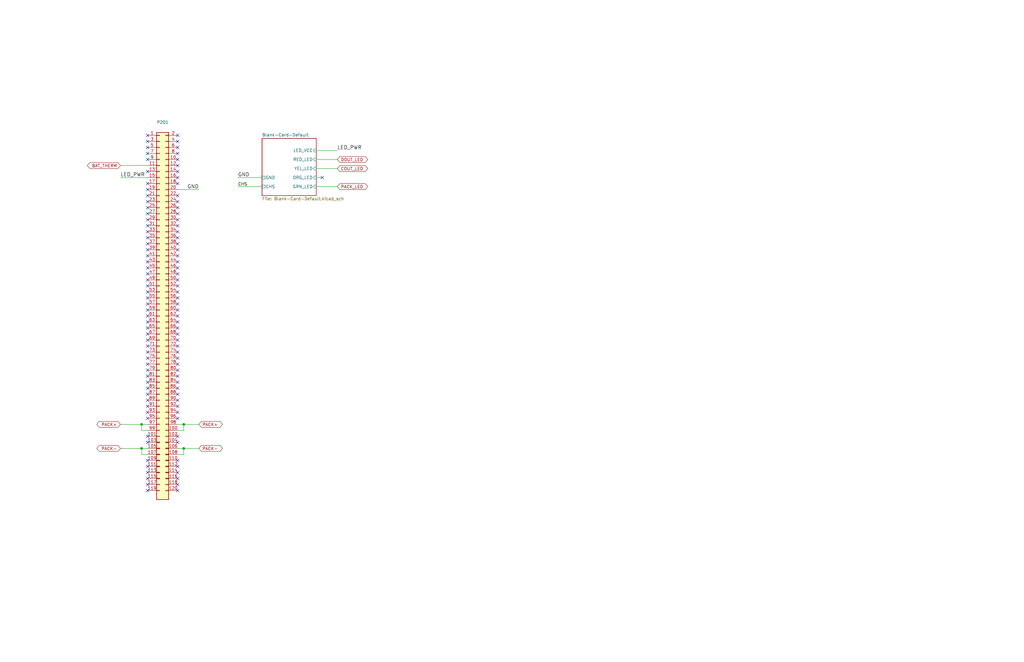
<source format=kicad_sch>
(kicad_sch (version 20230121) (generator eeschema)
  (paper "B")
  (title_block (title "PyCubed Battery Board") (date "2021-11-05") (rev "revB1") (company "Sierra Lobo INC"))
  (lib_symbols
    (symbol "SLI-Blank-Card:Conn_02x60_Top_Bottom" (pin_names (offset 1.016) hide)
      (property "Reference" "J" (at 0 1.27 0))
      (property "Value" "SLI-Blank-Card_Conn_02x60_Top_Bottom" (at 0 -157.48 0))
      (symbol "Conn_02x60_Top_Bottom_1_1"
        (rectangle (start -2.54 -151.003) (end -1.27 -151.257) (stroke (width 0.1524)))
        (rectangle (start -2.54 -148.463) (end -1.27 -148.717) (stroke (width 0.1524)))
        (rectangle (start -2.54 -145.923) (end -1.27 -146.177) (stroke (width 0.1524)))
        (rectangle (start -2.54 -145.923) (end -1.27 -146.177) (stroke (width 0.1524)))
        (rectangle (start -2.54 -143.383) (end -1.27 -143.637) (stroke (width 0.1524)))
        (rectangle (start -2.54 -143.383) (end -1.27 -143.637) (stroke (width 0.1524)))
        (rectangle (start -2.54 -140.843) (end -1.27 -141.097) (stroke (width 0.1524)))
        (rectangle (start -2.54 -140.843) (end -1.27 -141.097) (stroke (width 0.1524)))
        (rectangle (start -2.54 -138.303) (end -1.27 -138.557) (stroke (width 0.1524)))
        (rectangle (start -2.54 -138.303) (end -1.27 -138.557) (stroke (width 0.1524)))
        (rectangle (start -2.54 -135.763) (end -1.27 -136.017) (stroke (width 0.1524)))
        (rectangle (start -2.54 -135.763) (end -1.27 -136.017) (stroke (width 0.1524)))
        (rectangle (start -2.54 -133.223) (end -1.27 -133.477) (stroke (width 0.1524)))
        (rectangle (start -2.54 -133.223) (end -1.27 -133.477) (stroke (width 0.1524)))
        (rectangle (start -2.54 -130.683) (end -1.27 -130.937) (stroke (width 0.1524)))
        (rectangle (start -2.54 -130.683) (end -1.27 -130.937) (stroke (width 0.1524)))
        (rectangle (start -2.54 -128.143) (end -1.27 -128.397) (stroke (width 0.1524)))
        (rectangle (start -2.54 -125.603) (end -1.27 -125.857) (stroke (width 0.1524)))
        (rectangle (start -2.54 -123.063) (end -1.27 -123.317) (stroke (width 0.1524)))
        (rectangle (start -2.54 -120.523) (end -1.27 -120.777) (stroke (width 0.1524)))
        (rectangle (start -2.54 -117.983) (end -1.27 -118.237) (stroke (width 0.1524)))
        (rectangle (start -2.54 -115.443) (end -1.27 -115.697) (stroke (width 0.1524)))
        (rectangle (start -2.54 -112.903) (end -1.27 -113.157) (stroke (width 0.1524)))
        (rectangle (start -2.54 -110.363) (end -1.27 -110.617) (stroke (width 0.1524)))
        (rectangle (start -2.54 -107.823) (end -1.27 -108.077) (stroke (width 0.1524)))
        (rectangle (start -2.54 -105.283) (end -1.27 -105.537) (stroke (width 0.1524)))
        (rectangle (start -2.54 -102.743) (end -1.27 -102.997) (stroke (width 0.1524)))
        (rectangle (start -2.54 -100.203) (end -1.27 -100.457) (stroke (width 0.1524)))
        (rectangle (start -2.54 -97.663) (end -1.27 -97.917) (stroke (width 0.1524)))
        (rectangle (start -2.54 -95.123) (end -1.27 -95.377) (stroke (width 0.1524)))
        (rectangle (start -2.54 -92.583) (end -1.27 -92.837) (stroke (width 0.1524)))
        (rectangle (start -2.54 -90.043) (end -1.27 -90.297) (stroke (width 0.1524)))
        (rectangle (start -2.54 -87.503) (end -1.27 -87.757) (stroke (width 0.1524)))
        (rectangle (start -2.54 -84.963) (end -1.27 -85.217) (stroke (width 0.1524)))
        (rectangle (start -2.54 -82.423) (end -1.27 -82.677) (stroke (width 0.1524)))
        (rectangle (start -2.54 -79.883) (end -1.27 -80.137) (stroke (width 0.1524)))
        (rectangle (start -2.54 -77.343) (end -1.27 -77.597) (stroke (width 0.1524)))
        (rectangle (start -2.54 -74.803) (end -1.27 -75.057) (stroke (width 0.1524)))
        (rectangle (start -2.54 -72.263) (end -1.27 -72.517) (stroke (width 0.1524)))
        (rectangle (start -2.54 -69.723) (end -1.27 -69.977) (stroke (width 0.1524)))
        (rectangle (start -2.54 -67.183) (end -1.27 -67.437) (stroke (width 0.1524)))
        (rectangle (start -2.54 -64.643) (end -1.27 -64.897) (stroke (width 0.1524)))
        (rectangle (start -2.54 -62.103) (end -1.27 -62.357) (stroke (width 0.1524)))
        (rectangle (start -2.54 -59.563) (end -1.27 -59.817) (stroke (width 0.1524)))
        (rectangle (start -2.54 -57.023) (end -1.27 -57.277) (stroke (width 0.1524)))
        (rectangle (start -2.54 -54.483) (end -1.27 -54.737) (stroke (width 0.1524)))
        (rectangle (start -2.54 -51.943) (end -1.27 -52.197) (stroke (width 0.1524)))
        (rectangle (start -2.54 -49.403) (end -1.27 -49.657) (stroke (width 0.1524)))
        (rectangle (start -2.54 -46.863) (end -1.27 -47.117) (stroke (width 0.1524)))
        (rectangle (start -2.54 -44.323) (end -1.27 -44.577) (stroke (width 0.1524)))
        (rectangle (start -2.54 -41.783) (end -1.27 -42.037) (stroke (width 0.1524)))
        (rectangle (start -2.54 -39.243) (end -1.27 -39.497) (stroke (width 0.1524)))
        (rectangle (start -2.54 -36.703) (end -1.27 -36.957) (stroke (width 0.1524)))
        (rectangle (start -2.54 -34.163) (end -1.27 -34.417) (stroke (width 0.1524)))
        (rectangle (start -2.54 -31.623) (end -1.27 -31.877) (stroke (width 0.1524)))
        (rectangle (start -2.54 -29.083) (end -1.27 -29.337) (stroke (width 0.1524)))
        (rectangle (start -2.54 -26.543) (end -1.27 -26.797) (stroke (width 0.1524)))
        (rectangle (start -2.54 -24.003) (end -1.27 -24.257) (stroke (width 0.1524)))
        (rectangle (start -2.54 -21.463) (end -1.27 -21.717) (stroke (width 0.1524)))
        (rectangle (start -2.54 -18.923) (end -1.27 -19.177) (stroke (width 0.1524)))
        (rectangle (start -2.54 -16.383) (end -1.27 -16.637) (stroke (width 0.1524)))
        (rectangle (start -2.54 -13.843) (end -1.27 -14.097) (stroke (width 0.1524)))
        (rectangle (start -2.54 -11.303) (end -1.27 -11.557) (stroke (width 0.1524)))
        (rectangle (start -2.54 -8.763) (end -1.27 -9.017) (stroke (width 0.1524)))
        (rectangle (start -2.54 -6.223) (end -1.27 -6.477) (stroke (width 0.1524)))
        (rectangle (start -2.54 -3.683) (end -1.27 -3.937) (stroke (width 0.1524)))
        (rectangle (start -2.54 -1.143) (end -1.27 -1.397) (stroke (width 0.1524)))
        (rectangle (start -2.54 0) (end 2.54 -154.94) (stroke (width 0.254)) (fill (type background)))
        (rectangle (start 2.54 -151.003) (end 1.27 -151.257) (stroke (width 0.1524)))
        (rectangle (start 2.54 -148.463) (end 1.27 -148.717) (stroke (width 0.1524)))
        (rectangle (start 2.54 -145.923) (end 1.27 -146.177) (stroke (width 0.1524)))
        (rectangle (start 2.54 -145.923) (end 1.27 -146.177) (stroke (width 0.1524)))
        (rectangle (start 2.54 -143.383) (end 1.27 -143.637) (stroke (width 0.1524)))
        (rectangle (start 2.54 -143.383) (end 1.27 -143.637) (stroke (width 0.1524)))
        (rectangle (start 2.54 -140.843) (end 1.27 -141.097) (stroke (width 0.1524)))
        (rectangle (start 2.54 -140.843) (end 1.27 -141.097) (stroke (width 0.1524)))
        (rectangle (start 2.54 -138.303) (end 1.27 -138.557) (stroke (width 0.1524)))
        (rectangle (start 2.54 -138.303) (end 1.27 -138.557) (stroke (width 0.1524)))
        (rectangle (start 2.54 -135.763) (end 1.27 -136.017) (stroke (width 0.1524)))
        (rectangle (start 2.54 -135.763) (end 1.27 -136.017) (stroke (width 0.1524)))
        (rectangle (start 2.54 -133.223) (end 1.27 -133.477) (stroke (width 0.1524)))
        (rectangle (start 2.54 -133.223) (end 1.27 -133.477) (stroke (width 0.1524)))
        (rectangle (start 2.54 -130.683) (end 1.27 -130.937) (stroke (width 0.1524)))
        (rectangle (start 2.54 -130.683) (end 1.27 -130.937) (stroke (width 0.1524)))
        (rectangle (start 2.54 -128.143) (end 1.27 -128.397) (stroke (width 0.1524)))
        (rectangle (start 2.54 -125.603) (end 1.27 -125.857) (stroke (width 0.1524)))
        (rectangle (start 2.54 -123.063) (end 1.27 -123.317) (stroke (width 0.1524)))
        (rectangle (start 2.54 -120.523) (end 1.27 -120.777) (stroke (width 0.1524)))
        (rectangle (start 2.54 -117.983) (end 1.27 -118.237) (stroke (width 0.1524)))
        (rectangle (start 2.54 -115.443) (end 1.27 -115.697) (stroke (width 0.1524)))
        (rectangle (start 2.54 -112.903) (end 1.27 -113.157) (stroke (width 0.1524)))
        (rectangle (start 2.54 -110.363) (end 1.27 -110.617) (stroke (width 0.1524)))
        (rectangle (start 2.54 -107.823) (end 1.27 -108.077) (stroke (width 0.1524)))
        (rectangle (start 2.54 -105.283) (end 1.27 -105.537) (stroke (width 0.1524)))
        (rectangle (start 2.54 -102.743) (end 1.27 -102.997) (stroke (width 0.1524)))
        (rectangle (start 2.54 -100.203) (end 1.27 -100.457) (stroke (width 0.1524)))
        (rectangle (start 2.54 -97.663) (end 1.27 -97.917) (stroke (width 0.1524)))
        (rectangle (start 2.54 -95.123) (end 1.27 -95.377) (stroke (width 0.1524)))
        (rectangle (start 2.54 -92.583) (end 1.27 -92.837) (stroke (width 0.1524)))
        (rectangle (start 2.54 -90.043) (end 1.27 -90.297) (stroke (width 0.1524)))
        (rectangle (start 2.54 -87.503) (end 1.27 -87.757) (stroke (width 0.1524)))
        (rectangle (start 2.54 -84.963) (end 1.27 -85.217) (stroke (width 0.1524)))
        (rectangle (start 2.54 -82.423) (end 1.27 -82.677) (stroke (width 0.1524)))
        (rectangle (start 2.54 -79.883) (end 1.27 -80.137) (stroke (width 0.1524)))
        (rectangle (start 2.54 -77.343) (end 1.27 -77.597) (stroke (width 0.1524)))
        (rectangle (start 2.54 -74.803) (end 1.27 -75.057) (stroke (width 0.1524)))
        (rectangle (start 2.54 -72.263) (end 1.27 -72.517) (stroke (width 0.1524)))
        (rectangle (start 2.54 -69.723) (end 1.27 -69.977) (stroke (width 0.1524)))
        (rectangle (start 2.54 -67.183) (end 1.27 -67.437) (stroke (width 0.1524)))
        (rectangle (start 2.54 -64.643) (end 1.27 -64.897) (stroke (width 0.1524)))
        (rectangle (start 2.54 -62.103) (end 1.27 -62.357) (stroke (width 0.1524)))
        (rectangle (start 2.54 -59.563) (end 1.27 -59.817) (stroke (width 0.1524)))
        (rectangle (start 2.54 -57.023) (end 1.27 -57.277) (stroke (width 0.1524)))
        (rectangle (start 2.54 -54.483) (end 1.27 -54.737) (stroke (width 0.1524)))
        (rectangle (start 2.54 -51.943) (end 1.27 -52.197) (stroke (width 0.1524)))
        (rectangle (start 2.54 -49.403) (end 1.27 -49.657) (stroke (width 0.1524)))
        (rectangle (start 2.54 -46.863) (end 1.27 -47.117) (stroke (width 0.1524)))
        (rectangle (start 2.54 -44.323) (end 1.27 -44.577) (stroke (width 0.1524)))
        (rectangle (start 2.54 -41.783) (end 1.27 -42.037) (stroke (width 0.1524)))
        (rectangle (start 2.54 -39.243) (end 1.27 -39.497) (stroke (width 0.1524)))
        (rectangle (start 2.54 -36.703) (end 1.27 -36.957) (stroke (width 0.1524)))
        (rectangle (start 2.54 -34.163) (end 1.27 -34.417) (stroke (width 0.1524)))
        (rectangle (start 2.54 -31.623) (end 1.27 -31.877) (stroke (width 0.1524)))
        (rectangle (start 2.54 -29.083) (end 1.27 -29.337) (stroke (width 0.1524)))
        (rectangle (start 2.54 -26.543) (end 1.27 -26.797) (stroke (width 0.1524)))
        (rectangle (start 2.54 -24.003) (end 1.27 -24.257) (stroke (width 0.1524)))
        (rectangle (start 2.54 -21.463) (end 1.27 -21.717) (stroke (width 0.1524)))
        (rectangle (start 2.54 -18.923) (end 1.27 -19.177) (stroke (width 0.1524)))
        (rectangle (start 2.54 -16.383) (end 1.27 -16.637) (stroke (width 0.1524)))
        (rectangle (start 2.54 -13.843) (end 1.27 -14.097) (stroke (width 0.1524)))
        (rectangle (start 2.54 -11.303) (end 1.27 -11.557) (stroke (width 0.1524)))
        (rectangle (start 2.54 -8.763) (end 1.27 -9.017) (stroke (width 0.1524)))
        (rectangle (start 2.54 -6.223) (end 1.27 -6.477) (stroke (width 0.1524)))
        (rectangle (start 2.54 -3.683) (end 1.27 -3.937) (stroke (width 0.1524)))
        (rectangle (start 2.54 -1.143) (end 1.27 -1.397) (stroke (width 0.1524)))
        (pin passive line (at -6.35 -1.27 0) (length 3.81) (name "Pin_1") (number "1"))
        (pin passive line (at 6.35 -11.43 180) (length 3.81) (name "Pin_10") (number "10"))
        (pin passive line (at 6.35 -125.73 180) (length 3.81) (name "Pin_100") (number "100"))
        (pin passive line (at -6.35 -128.27 0) (length 3.81) (name "Pin_101") (number "101"))
        (pin passive line (at 6.35 -128.27 180) (length 3.81) (name "Pin_102") (number "102"))
        (pin passive line (at -6.35 -130.81 0) (length 3.81) (name "Pin_103") (number "103"))
        (pin passive line (at 6.35 -130.81 180) (length 3.81) (name "Pin_104") (number "104"))
        (pin passive line (at -6.35 -133.35 0) (length 3.81) (name "Pin_105") (number "105"))
        (pin passive line (at 6.35 -133.35 180) (length 3.81) (name "Pin_106") (number "106"))
        (pin passive line (at -6.35 -135.89 0) (length 3.81) (name "Pin_107") (number "107"))
        (pin passive line (at 6.35 -135.89 180) (length 3.81) (name "Pin_108") (number "108"))
        (pin passive line (at -6.35 -138.43 0) (length 3.81) (name "Pin_109") (number "109"))
        (pin passive line (at -6.35 -13.97 0) (length 3.81) (name "Pin_11") (number "11"))
        (pin passive line (at 6.35 -138.43 180) (length 3.81) (name "Pin_110") (number "110"))
        (pin passive line (at -6.35 -140.97 0) (length 3.81) (name "Pin_111") (number "111"))
        (pin passive line (at 6.35 -140.97 180) (length 3.81) (name "Pin_112") (number "112"))
        (pin passive line (at -6.35 -143.51 0) (length 3.81) (name "Pin_113") (number "113"))
        (pin passive line (at 6.35 -143.51 180) (length 3.81) (name "Pin_114") (number "114"))
        (pin passive line (at -6.35 -146.05 0) (length 3.81) (name "Pin_115") (number "115"))
        (pin passive line (at 6.35 -146.05 180) (length 3.81) (name "Pin_116") (number "116"))
        (pin passive line (at -6.35 -148.59 0) (length 3.81) (name "Pin_117") (number "117"))
        (pin passive line (at 6.35 -148.59 180) (length 3.81) (name "Pin_118") (number "118"))
        (pin passive line (at -6.35 -151.13 0) (length 3.81) (name "Pin_119") (number "119"))
        (pin passive line (at 6.35 -13.97 180) (length 3.81) (name "Pin_12") (number "12"))
        (pin passive line (at 6.35 -151.13 180) (length 3.81) (name "Pin_120") (number "120"))
        (pin passive line (at -6.35 -16.51 0) (length 3.81) (name "Pin_13") (number "13"))
        (pin passive line (at 6.35 -16.51 180) (length 3.81) (name "Pin_14") (number "14"))
        (pin passive line (at -6.35 -19.05 0) (length 3.81) (name "Pin_15") (number "15"))
        (pin passive line (at 6.35 -19.05 180) (length 3.81) (name "Pin_16") (number "16"))
        (pin passive line (at -6.35 -21.59 0) (length 3.81) (name "Pin_17") (number "17"))
        (pin passive line (at 6.35 -21.59 180) (length 3.81) (name "Pin_18") (number "18"))
        (pin passive line (at -6.35 -24.13 0) (length 3.81) (name "Pin_19") (number "19"))
        (pin passive line (at 6.35 -1.27 180) (length 3.81) (name "Pin_2") (number "2"))
        (pin passive line (at 6.35 -24.13 180) (length 3.81) (name "Pin_20") (number "20"))
        (pin passive line (at -6.35 -26.67 0) (length 3.81) (name "Pin_21") (number "21"))
        (pin passive line (at 6.35 -26.67 180) (length 3.81) (name "Pin_22") (number "22"))
        (pin passive line (at -6.35 -29.21 0) (length 3.81) (name "Pin_23") (number "23"))
        (pin passive line (at 6.35 -29.21 180) (length 3.81) (name "Pin_24") (number "24"))
        (pin passive line (at -6.35 -31.75 0) (length 3.81) (name "Pin_25") (number "25"))
        (pin passive line (at 6.35 -31.75 180) (length 3.81) (name "Pin_26") (number "26"))
        (pin passive line (at -6.35 -34.29 0) (length 3.81) (name "Pin_27") (number "27"))
        (pin passive line (at 6.35 -34.29 180) (length 3.81) (name "Pin_28") (number "28"))
        (pin passive line (at -6.35 -36.83 0) (length 3.81) (name "Pin_29") (number "29"))
        (pin passive line (at -6.35 -3.81 0) (length 3.81) (name "Pin_3") (number "3"))
        (pin passive line (at 6.35 -36.83 180) (length 3.81) (name "Pin_30") (number "30"))
        (pin passive line (at -6.35 -39.37 0) (length 3.81) (name "Pin_31") (number "31"))
        (pin passive line (at 6.35 -39.37 180) (length 3.81) (name "Pin_32") (number "32"))
        (pin passive line (at -6.35 -41.91 0) (length 3.81) (name "Pin_33") (number "33"))
        (pin passive line (at 6.35 -41.91 180) (length 3.81) (name "Pin_34") (number "34"))
        (pin passive line (at -6.35 -44.45 0) (length 3.81) (name "Pin_35") (number "35"))
        (pin passive line (at 6.35 -44.45 180) (length 3.81) (name "Pin_36") (number "36"))
        (pin passive line (at -6.35 -46.99 0) (length 3.81) (name "Pin_37") (number "37"))
        (pin passive line (at 6.35 -46.99 180) (length 3.81) (name "Pin_38") (number "38"))
        (pin passive line (at -6.35 -49.53 0) (length 3.81) (name "Pin_39") (number "39"))
        (pin passive line (at 6.35 -3.81 180) (length 3.81) (name "Pin_4") (number "4"))
        (pin passive line (at 6.35 -49.53 180) (length 3.81) (name "Pin_40") (number "40"))
        (pin passive line (at -6.35 -52.07 0) (length 3.81) (name "Pin_41") (number "41"))
        (pin passive line (at 6.35 -52.07 180) (length 3.81) (name "Pin_42") (number "42"))
        (pin passive line (at -6.35 -54.61 0) (length 3.81) (name "Pin_43") (number "43"))
        (pin passive line (at 6.35 -54.61 180) (length 3.81) (name "Pin_44") (number "44"))
        (pin passive line (at -6.35 -57.15 0) (length 3.81) (name "Pin_45") (number "45"))
        (pin passive line (at 6.35 -57.15 180) (length 3.81) (name "Pin_46") (number "46"))
        (pin passive line (at -6.35 -59.69 0) (length 3.81) (name "Pin_47") (number "47"))
        (pin passive line (at 6.35 -59.69 180) (length 3.81) (name "Pin_48") (number "48"))
        (pin passive line (at -6.35 -62.23 0) (length 3.81) (name "Pin_49") (number "49"))
        (pin passive line (at -6.35 -6.35 0) (length 3.81) (name "Pin_5") (number "5"))
        (pin passive line (at 6.35 -62.23 180) (length 3.81) (name "Pin_50") (number "50"))
        (pin passive line (at -6.35 -64.77 0) (length 3.81) (name "Pin_51") (number "51"))
        (pin passive line (at 6.35 -64.77 180) (length 3.81) (name "Pin_52") (number "52"))
        (pin passive line (at -6.35 -67.31 0) (length 3.81) (name "Pin_53") (number "53"))
        (pin passive line (at 6.35 -67.31 180) (length 3.81) (name "Pin_54") (number "54"))
        (pin passive line (at -6.35 -69.85 0) (length 3.81) (name "Pin_55") (number "55"))
        (pin passive line (at 6.35 -69.85 180) (length 3.81) (name "Pin_56") (number "56"))
        (pin passive line (at -6.35 -72.39 0) (length 3.81) (name "Pin_57") (number "57"))
        (pin passive line (at 6.35 -72.39 180) (length 3.81) (name "Pin_58") (number "58"))
        (pin passive line (at -6.35 -74.93 0) (length 3.81) (name "Pin_59") (number "59"))
        (pin passive line (at 6.35 -6.35 180) (length 3.81) (name "Pin_6") (number "6"))
        (pin passive line (at 6.35 -74.93 180) (length 3.81) (name "Pin_60") (number "60"))
        (pin passive line (at -6.35 -77.47 0) (length 3.81) (name "Pin_61") (number "61"))
        (pin passive line (at 6.35 -77.47 180) (length 3.81) (name "Pin_62") (number "62"))
        (pin passive line (at -6.35 -80.01 0) (length 3.81) (name "Pin_63") (number "63"))
        (pin passive line (at 6.35 -80.01 180) (length 3.81) (name "Pin_64") (number "64"))
        (pin passive line (at -6.35 -82.55 0) (length 3.81) (name "Pin_65") (number "65"))
        (pin passive line (at 6.35 -82.55 180) (length 3.81) (name "Pin_66") (number "66"))
        (pin passive line (at -6.35 -85.09 0) (length 3.81) (name "Pin_67") (number "67"))
        (pin passive line (at 6.35 -85.09 180) (length 3.81) (name "Pin_68") (number "68"))
        (pin passive line (at -6.35 -87.63 0) (length 3.81) (name "Pin_69") (number "69"))
        (pin passive line (at -6.35 -8.89 0) (length 3.81) (name "Pin_7") (number "7"))
        (pin passive line (at 6.35 -87.63 180) (length 3.81) (name "Pin_70") (number "70"))
        (pin passive line (at -6.35 -90.17 0) (length 3.81) (name "Pin_71") (number "71"))
        (pin passive line (at 6.35 -90.17 180) (length 3.81) (name "Pin_72") (number "72"))
        (pin passive line (at -6.35 -92.71 0) (length 3.81) (name "Pin_73") (number "73"))
        (pin passive line (at 6.35 -92.71 180) (length 3.81) (name "Pin_74") (number "74"))
        (pin passive line (at -6.35 -95.25 0) (length 3.81) (name "Pin_75") (number "75"))
        (pin passive line (at 6.35 -95.25 180) (length 3.81) (name "Pin_76") (number "76"))
        (pin passive line (at -6.35 -97.79 0) (length 3.81) (name "Pin_77") (number "77"))
        (pin passive line (at 6.35 -97.79 180) (length 3.81) (name "Pin_78") (number "78"))
        (pin passive line (at -6.35 -100.33 0) (length 3.81) (name "Pin_79") (number "79"))
        (pin passive line (at 6.35 -8.89 180) (length 3.81) (name "Pin_8") (number "8"))
        (pin passive line (at 6.35 -100.33 180) (length 3.81) (name "Pin_80") (number "80"))
        (pin passive line (at -6.35 -102.87 0) (length 3.81) (name "Pin_81") (number "81"))
        (pin passive line (at 6.35 -102.87 180) (length 3.81) (name "Pin_82") (number "82"))
        (pin passive line (at -6.35 -105.41 0) (length 3.81) (name "Pin_83") (number "83"))
        (pin passive line (at 6.35 -105.41 180) (length 3.81) (name "Pin_84") (number "84"))
        (pin passive line (at -6.35 -107.95 0) (length 3.81) (name "Pin_85") (number "85"))
        (pin passive line (at 6.35 -107.95 180) (length 3.81) (name "Pin_86") (number "86"))
        (pin passive line (at -6.35 -110.49 0) (length 3.81) (name "Pin_87") (number "87"))
        (pin passive line (at 6.35 -110.49 180) (length 3.81) (name "Pin_88") (number "88"))
        (pin passive line (at -6.35 -113.03 0) (length 3.81) (name "Pin_89") (number "89"))
        (pin passive line (at -6.35 -11.43 0) (length 3.81) (name "Pin_9") (number "9"))
        (pin passive line (at 6.35 -113.03 180) (length 3.81) (name "Pin_90") (number "90"))
        (pin passive line (at -6.35 -115.57 0) (length 3.81) (name "Pin_91") (number "91"))
        (pin passive line (at 6.35 -115.57 180) (length 3.81) (name "Pin_92") (number "92"))
        (pin passive line (at -6.35 -118.11 0) (length 3.81) (name "Pin93") (number "93"))
        (pin passive line (at 6.35 -118.11 180) (length 3.81) (name "Pin_94") (number "94"))
        (pin passive line (at -6.35 -120.65 0) (length 3.81) (name "Pin_95") (number "95"))
        (pin passive line (at 6.35 -120.65 180) (length 3.81) (name "Pin_96") (number "96"))
        (pin passive line (at -6.35 -123.19 0) (length 3.81) (name "Pin_97") (number "97"))
        (pin passive line (at 6.35 -123.19 180) (length 3.81) (name "Pin_98") (number "98"))
        (pin passive line (at -6.35 -125.73 0) (length 3.81) (name "Pin_99") (number "99"))
      )
    )
  )
  (junction (at 59.69 179.07))
  (junction (at 77.47 179.07))
  (junction (at 77.47 189.23))
  (junction (at 59.69 189.23))
  (no_connect (at 62.23 100.33))
  (no_connect (at 62.23 97.79))
  (no_connect (at 74.93 59.69))
  (no_connect (at 74.93 87.63))
  (no_connect (at 62.23 194.31))
  (no_connect (at 74.93 97.79))
  (no_connect (at 62.23 156.21))
  (no_connect (at 74.93 82.55))
  (no_connect (at 74.93 85.09))
  (no_connect (at 62.23 158.75))
  (no_connect (at 74.93 143.51))
  (no_connect (at 74.93 133.35))
  (no_connect (at 74.93 120.65))
  (no_connect (at 74.93 196.85))
  (no_connect (at 62.23 201.93))
  (no_connect (at 62.23 184.15))
  (no_connect (at 62.23 57.15))
  (no_connect (at 62.23 85.09))
  (no_connect (at 74.93 158.75))
  (no_connect (at 62.23 146.05))
  (no_connect (at 62.23 87.63))
  (no_connect (at 62.23 59.69))
  (no_connect (at 74.93 176.53))
  (no_connect (at 62.23 148.59))
  (no_connect (at 62.23 207.01))
  (no_connect (at 74.93 115.57))
  (no_connect (at 74.93 207.01))
  (no_connect (at 74.93 123.19))
  (no_connect (at 74.93 67.31))
  (no_connect (at 62.23 176.53))
  (no_connect (at 62.23 62.23))
  (no_connect (at 74.93 57.15))
  (no_connect (at 62.23 118.11))
  (no_connect (at 62.23 196.85))
  (no_connect (at 62.23 163.83))
  (no_connect (at 62.23 153.67))
  (no_connect (at 74.93 72.39))
  (no_connect (at 74.93 105.41))
  (no_connect (at 62.23 110.49))
  (no_connect (at 62.23 90.17))
  (no_connect (at 62.23 140.97))
  (no_connect (at 74.93 148.59))
  (no_connect (at 62.23 133.35))
  (no_connect (at 62.23 102.87))
  (no_connect (at 74.93 161.29))
  (no_connect (at 62.23 125.73))
  (no_connect (at 62.23 173.99))
  (no_connect (at 62.23 135.89))
  (no_connect (at 74.93 163.83))
  (no_connect (at 62.23 95.25))
  (no_connect (at 62.23 80.01))
  (no_connect (at 135.89 74.93))
  (no_connect (at 62.23 151.13))
  (no_connect (at 74.93 92.71))
  (no_connect (at 74.93 62.23))
  (no_connect (at 62.23 138.43))
  (no_connect (at 74.93 153.67))
  (no_connect (at 62.23 166.37))
  (no_connect (at 62.23 204.47))
  (no_connect (at 74.93 100.33))
  (no_connect (at 62.23 130.81))
  (no_connect (at 74.93 156.21))
  (no_connect (at 62.23 186.69))
  (no_connect (at 74.93 74.93))
  (no_connect (at 62.23 77.47))
  (no_connect (at 74.93 128.27))
  (no_connect (at 62.23 199.39))
  (no_connect (at 62.23 168.91))
  (no_connect (at 74.93 168.91))
  (no_connect (at 74.93 140.97))
  (no_connect (at 74.93 135.89))
  (no_connect (at 62.23 115.57))
  (no_connect (at 62.23 113.03))
  (no_connect (at 74.93 90.17))
  (no_connect (at 62.23 105.41))
  (no_connect (at 62.23 64.77))
  (no_connect (at 74.93 146.05))
  (no_connect (at 74.93 64.77))
  (no_connect (at 74.93 201.93))
  (no_connect (at 74.93 95.25))
  (no_connect (at 62.23 120.65))
  (no_connect (at 74.93 125.73))
  (no_connect (at 62.23 128.27))
  (no_connect (at 74.93 110.49))
  (no_connect (at 74.93 184.15))
  (no_connect (at 74.93 171.45))
  (no_connect (at 74.93 186.69))
  (no_connect (at 74.93 199.39))
  (no_connect (at 74.93 194.31))
  (no_connect (at 74.93 130.81))
  (no_connect (at 62.23 161.29))
  (no_connect (at 74.93 107.95))
  (no_connect (at 62.23 72.39))
  (no_connect (at 62.23 82.55))
  (no_connect (at 74.93 102.87))
  (no_connect (at 74.93 204.47))
  (no_connect (at 74.93 173.99))
  (no_connect (at 74.93 138.43))
  (no_connect (at 74.93 118.11))
  (no_connect (at 62.23 107.95))
  (no_connect (at 62.23 92.71))
  (no_connect (at 74.93 69.85))
  (no_connect (at 74.93 113.03))
  (no_connect (at 74.93 77.47))
  (no_connect (at 62.23 171.45))
  (no_connect (at 62.23 143.51))
  (no_connect (at 74.93 151.13))
  (no_connect (at 62.23 67.31))
  (no_connect (at 74.93 166.37))
  (no_connect (at 62.23 123.19))
  (wire (pts (xy 100.33 74.93) (xy 110.49 74.93)))
  (wire (pts (xy 74.93 181.61) (xy 77.47 181.61)))
  (wire (pts (xy 59.69 191.77) (xy 59.69 189.23)))
  (wire (pts (xy 77.47 191.77) (xy 77.47 189.23)))
  (wire (pts (xy 77.47 179.07) (xy 83.82 179.07)))
  (wire (pts (xy 133.35 74.93) (xy 135.89 74.93)))
  (wire (pts (xy 83.82 80.01) (xy 74.93 80.01)))
  (wire (pts (xy 50.8 74.93) (xy 62.23 74.93)))
  (wire (pts (xy 77.47 181.61) (xy 77.47 179.07)))
  (wire (pts (xy 74.93 189.23) (xy 77.47 189.23)))
  (wire (pts (xy 142.24 67.31) (xy 133.35 67.31)))
  (wire (pts (xy 100.33 78.74) (xy 110.49 78.74)))
  (wire (pts (xy 59.69 179.07) (xy 62.23 179.07)))
  (wire (pts (xy 59.69 181.61) (xy 59.69 179.07)))
  (wire (pts (xy 50.8 179.07) (xy 59.69 179.07)))
  (wire (pts (xy 77.47 189.23) (xy 83.82 189.23)))
  (wire (pts (xy 62.23 191.77) (xy 59.69 191.77)))
  (wire (pts (xy 62.23 181.61) (xy 59.69 181.61)))
  (wire (pts (xy 50.8 189.23) (xy 59.69 189.23)))
  (wire (pts (xy 59.69 189.23) (xy 62.23 189.23)))
  (wire (pts (xy 50.8 69.85) (xy 62.23 69.85)))
  (wire (pts (xy 133.35 71.12) (xy 142.24 71.12)))
  (wire (pts (xy 74.93 191.77) (xy 77.47 191.77)))
  (wire (pts (xy 142.24 63.5) (xy 133.35 63.5)))
  (polyline (pts (xy 1041.4 464.82) (xy 1041.4 452.12)))
  (wire (pts (xy 74.93 179.07) (xy 77.47 179.07)))
  (wire (pts (xy 142.24 78.74) (xy 133.35 78.74)))
  (label "GND" (at 83.82 80.01 180) (effects (font (size 1.524 1.524))))
  (label "LED_PWR" (at 142.24 63.5 0) (effects (font (size 1.524 1.524))))
  (label "CHS" (at 100.33 78.74 0))
  (label "LED_PWR" (at 50.8 74.93 0) (effects (font (size 1.524 1.524))))
  (label "GND" (at 100.33 74.93 0) (effects (font (size 1.524 1.524))))
  (global_label "DOUT_LED" (shape bidirectional) (at 142.24 67.31 0) (property "Intersheetrefs" "${INTERSHEET_REFS}" (effects hide)))
  (global_label "COUT_LED" (shape bidirectional) (at 142.24 71.12 0) (property "Intersheetrefs" "${INTERSHEET_REFS}" (effects hide)))
  (global_label "PACK+" (shape bidirectional) (at 83.82 179.07 0) (property "Intersheetrefs" "${INTERSHEET_REFS}" (effects hide)))
  (global_label "PACK-" (shape bidirectional) (at 83.82 189.23 0) (property "Intersheetrefs" "${INTERSHEET_REFS}" (effects hide)))
  (global_label "PACK_LED" (shape bidirectional) (at 142.24 78.74 0) (property "Intersheetrefs" "${INTERSHEET_REFS}" (effects hide)))
  (global_label "PACK-" (shape bidirectional) (at 50.8 189.23 180) (property "Intersheetrefs" "${INTERSHEET_REFS}" (effects hide)))
  (global_label "BAT_THERM" (shape bidirectional) (at 50.8 69.85 180) (property "Intersheetrefs" "${INTERSHEET_REFS}" (effects hide)))
  (global_label "PACK+" (shape bidirectional) (at 50.8 179.07 180) (property "Intersheetrefs" "${INTERSHEET_REFS}" (effects hide)))
  (symbol (lib_id "SLI-Blank-Card:Conn_02x60_Top_Bottom") (at 68.58 55.88 0) (unit 1)
    (property "Reference" "P201" (at 68.58 51.6382 0))
    (property "Value" "Conn_02x60_Top_Bottom" (effects hide))
    (property "Footprint" "SLI-Blank-Card:HSEC8-160-CARD-EDGE" (effects hide))
  )
  (sheet (at 110.49 58.42) (size 22.86 24.13)
    (property "Sheetname" "Blank-Card-Default" (at 110.49 57.7084 0) (effects (justify left bottom)))
    (property "Sheetfile" "Blank-Card-Default.kicad_sch" (at 110.49 83.1346 0) (effects (justify left top)))
    (pin "ORG_LED" input (at 133.35 74.93 0))
    (pin "LED_VCC" input (at 133.35 63.5 0))
    (pin "GRN_LED" input (at 133.35 78.74 0))
    (pin "RED_LED" input (at 133.35 67.31 0))
    (pin "GND" passive (at 110.49 74.93 180))
    (pin "CHS" passive (at 110.49 78.74 180))
    (pin "YEL_LED" input (at 133.35 71.12 0))
  )
)
</source>
